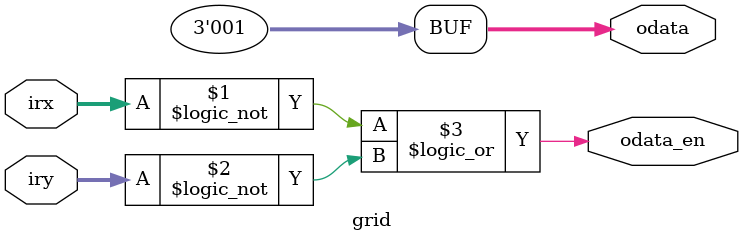
<source format=v>
module grid #(
    parameter C_CELL_WIDTH  = 5,
    parameter C_CELL_HEIGHT = 5
)(
    input  [4:0]    irx,
    input  [4:0]    iry,
    output          odata_en,
    output [2:0]    odata
);
    assign odata = 3'b001;
    assign odata_en = (irx == 0) || (iry == 0);
endmodule
</source>
